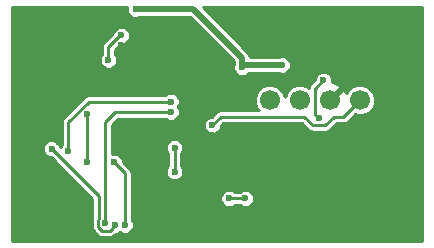
<source format=gbl>
G04 #@! TF.FileFunction,Copper,L2,Bot,Signal*
%FSLAX46Y46*%
G04 Gerber Fmt 4.6, Leading zero omitted, Abs format (unit mm)*
G04 Created by KiCad (PCBNEW 4.0.6) date 11/02/17 10:09:17*
%MOMM*%
%LPD*%
G01*
G04 APERTURE LIST*
%ADD10C,0.200000*%
%ADD11C,1.700000*%
%ADD12C,0.600000*%
%ADD13C,0.250000*%
%ADD14C,0.500000*%
%ADD15C,0.254000*%
G04 APERTURE END LIST*
D10*
D11*
X148590000Y-104775000D03*
X146050000Y-104775000D03*
X140970000Y-104775000D03*
X143510000Y-104775000D03*
D12*
X126025926Y-115978634D03*
X125850000Y-114300002D03*
X126049999Y-103850000D03*
X136100000Y-107700000D03*
X133700000Y-104900000D03*
X149300000Y-113900000D03*
X147200000Y-99200000D03*
X143900000Y-102900000D03*
X134800000Y-101500000D03*
X128400000Y-100100000D03*
X131800000Y-102200000D03*
X141000000Y-107300000D03*
X132900000Y-113000000D03*
X128500000Y-108800000D03*
X125500000Y-101500000D03*
X123400000Y-99600000D03*
X120000000Y-105500000D03*
X120000000Y-104500000D03*
X120000000Y-103500000D03*
X120000000Y-102500000D03*
X123150000Y-108300000D03*
X123900000Y-111650000D03*
X139700000Y-115600000D03*
X138900000Y-113100000D03*
X137500000Y-113100000D03*
X138600000Y-102000000D03*
X127900000Y-115350000D03*
X122500000Y-108900000D03*
X142000000Y-101800000D03*
X129600000Y-97100000D03*
X136100000Y-106900000D03*
X132900000Y-108800000D03*
X132900000Y-110850000D03*
X125500000Y-105950000D03*
X125500000Y-110050000D03*
X128718988Y-115358631D03*
X127800000Y-110050000D03*
X123900000Y-109050000D03*
X132600000Y-104899998D03*
X127051837Y-115195645D03*
X132600000Y-105800000D03*
X128400000Y-99299997D03*
X127300000Y-101400000D03*
X145100000Y-106300000D03*
X145500000Y-103100000D03*
D13*
X128400000Y-100100000D02*
X129700000Y-100100000D01*
X129700000Y-100100000D02*
X131800000Y-102200000D01*
X133700000Y-104900000D02*
X133700000Y-102600000D01*
X133700000Y-102600000D02*
X134800000Y-101500000D01*
X131800000Y-102500000D02*
X131800000Y-102200000D01*
X137500000Y-113100000D02*
X138900000Y-113100000D01*
D14*
X129600000Y-97100000D02*
X134500000Y-97100000D01*
X134500000Y-97100000D02*
X138600000Y-101200000D01*
X138600000Y-101200000D02*
X138600000Y-102000000D01*
X142000000Y-101800000D02*
X138800000Y-101800000D01*
X138800000Y-101800000D02*
X138600000Y-102000000D01*
D13*
X127600001Y-115649999D02*
X127900000Y-115350000D01*
X126755702Y-115824512D02*
X127425488Y-115824512D01*
X126426836Y-114895644D02*
X126426836Y-115495646D01*
X126483598Y-114838882D02*
X126426836Y-114895644D01*
X127425488Y-115824512D02*
X127600001Y-115649999D01*
X126426836Y-115495646D02*
X126755702Y-115824512D01*
X126483598Y-112883598D02*
X126483598Y-114838882D01*
X122500000Y-108900000D02*
X126483598Y-112883598D01*
X146400000Y-106200000D02*
X147165000Y-106200000D01*
X147165000Y-106200000D02*
X148590000Y-104775000D01*
X145674999Y-106925001D02*
X146400000Y-106200000D01*
X143900000Y-106200000D02*
X144625001Y-106925001D01*
X144625001Y-106925001D02*
X145674999Y-106925001D01*
X136100000Y-106900000D02*
X136800000Y-106200000D01*
X136800000Y-106200000D02*
X143900000Y-106200000D01*
X132900000Y-110850000D02*
X132900000Y-108800000D01*
X125500000Y-110050000D02*
X125500000Y-105950000D01*
X127800000Y-110050000D02*
X128718988Y-110968988D01*
X128718988Y-110968988D02*
X128718988Y-114934367D01*
X128718988Y-114934367D02*
X128718988Y-115358631D01*
X123900000Y-106624998D02*
X123900000Y-108625736D01*
X123900000Y-108625736D02*
X123900000Y-109050000D01*
X125625000Y-104899998D02*
X123900000Y-106624998D01*
X132600000Y-104899998D02*
X125625000Y-104899998D01*
X127900000Y-105800000D02*
X127051837Y-106648163D01*
X127051837Y-106648163D02*
X127051837Y-114771381D01*
X127051837Y-114771381D02*
X127051837Y-115195645D01*
X132600000Y-105800000D02*
X127900000Y-105800000D01*
X127300000Y-101400000D02*
X127300000Y-100274998D01*
X127300000Y-100274998D02*
X128275001Y-99299997D01*
X128275001Y-99299997D02*
X128400000Y-99299997D01*
X144800000Y-103800000D02*
X144800000Y-106000000D01*
X144800000Y-106000000D02*
X145100000Y-106300000D01*
X145500000Y-103100000D02*
X144800000Y-103800000D01*
D15*
G36*
X128873126Y-96954756D02*
X128872874Y-97243975D01*
X128983320Y-97511275D01*
X129187650Y-97715961D01*
X129454756Y-97826874D01*
X129743975Y-97827126D01*
X129865289Y-97777000D01*
X134219578Y-97777000D01*
X137923000Y-101480423D01*
X137923000Y-101734647D01*
X137873126Y-101854756D01*
X137872874Y-102143975D01*
X137983320Y-102411275D01*
X138187650Y-102615961D01*
X138454756Y-102726874D01*
X138743975Y-102727126D01*
X139011275Y-102616680D01*
X139151198Y-102477000D01*
X141734647Y-102477000D01*
X141854756Y-102526874D01*
X142143975Y-102527126D01*
X142411275Y-102416680D01*
X142615961Y-102212350D01*
X142726874Y-101945244D01*
X142727126Y-101656025D01*
X142616680Y-101388725D01*
X142412350Y-101184039D01*
X142145244Y-101073126D01*
X141856025Y-101072874D01*
X141734711Y-101123000D01*
X139261684Y-101123000D01*
X139225467Y-100940924D01*
X139078712Y-100721289D01*
X135284422Y-96927000D01*
X153873000Y-96927000D01*
X153873000Y-116673000D01*
X119127000Y-116673000D01*
X119127000Y-109043975D01*
X121772874Y-109043975D01*
X121883320Y-109311275D01*
X122087650Y-109515961D01*
X122354756Y-109626874D01*
X122446308Y-109626954D01*
X125931598Y-113112244D01*
X125931598Y-114662336D01*
X125916854Y-114684402D01*
X125885901Y-114840018D01*
X125874836Y-114895644D01*
X125874836Y-115495646D01*
X125916854Y-115706888D01*
X126036513Y-115885969D01*
X126365379Y-116214835D01*
X126544460Y-116334494D01*
X126755702Y-116376512D01*
X127425488Y-116376512D01*
X127636730Y-116334494D01*
X127815811Y-116214835D01*
X127953599Y-116077047D01*
X128043975Y-116077126D01*
X128302400Y-115970347D01*
X128306638Y-115974592D01*
X128573744Y-116085505D01*
X128862963Y-116085757D01*
X129130263Y-115975311D01*
X129334949Y-115770981D01*
X129445862Y-115503875D01*
X129446114Y-115214656D01*
X129335668Y-114947356D01*
X129270988Y-114882563D01*
X129270988Y-113243975D01*
X136772874Y-113243975D01*
X136883320Y-113511275D01*
X137087650Y-113715961D01*
X137354756Y-113826874D01*
X137643975Y-113827126D01*
X137911275Y-113716680D01*
X137976068Y-113652000D01*
X138423800Y-113652000D01*
X138487650Y-113715961D01*
X138754756Y-113826874D01*
X139043975Y-113827126D01*
X139311275Y-113716680D01*
X139515961Y-113512350D01*
X139626874Y-113245244D01*
X139627126Y-112956025D01*
X139516680Y-112688725D01*
X139312350Y-112484039D01*
X139045244Y-112373126D01*
X138756025Y-112372874D01*
X138488725Y-112483320D01*
X138423932Y-112548000D01*
X137976200Y-112548000D01*
X137912350Y-112484039D01*
X137645244Y-112373126D01*
X137356025Y-112372874D01*
X137088725Y-112483320D01*
X136884039Y-112687650D01*
X136773126Y-112954756D01*
X136772874Y-113243975D01*
X129270988Y-113243975D01*
X129270988Y-110968988D01*
X129228970Y-110757747D01*
X129109311Y-110578665D01*
X128527047Y-109996401D01*
X128527126Y-109906025D01*
X128416680Y-109638725D01*
X128212350Y-109434039D01*
X127945244Y-109323126D01*
X127656025Y-109322874D01*
X127603837Y-109344438D01*
X127603837Y-108943975D01*
X132172874Y-108943975D01*
X132283320Y-109211275D01*
X132348000Y-109276068D01*
X132348000Y-110373800D01*
X132284039Y-110437650D01*
X132173126Y-110704756D01*
X132172874Y-110993975D01*
X132283320Y-111261275D01*
X132487650Y-111465961D01*
X132754756Y-111576874D01*
X133043975Y-111577126D01*
X133311275Y-111466680D01*
X133515961Y-111262350D01*
X133626874Y-110995244D01*
X133627126Y-110706025D01*
X133516680Y-110438725D01*
X133452000Y-110373932D01*
X133452000Y-109276200D01*
X133515961Y-109212350D01*
X133626874Y-108945244D01*
X133627126Y-108656025D01*
X133516680Y-108388725D01*
X133312350Y-108184039D01*
X133045244Y-108073126D01*
X132756025Y-108072874D01*
X132488725Y-108183320D01*
X132284039Y-108387650D01*
X132173126Y-108654756D01*
X132172874Y-108943975D01*
X127603837Y-108943975D01*
X127603837Y-107043975D01*
X135372874Y-107043975D01*
X135483320Y-107311275D01*
X135687650Y-107515961D01*
X135954756Y-107626874D01*
X136243975Y-107627126D01*
X136511275Y-107516680D01*
X136715961Y-107312350D01*
X136826874Y-107045244D01*
X136826954Y-106953692D01*
X137028646Y-106752000D01*
X143671354Y-106752000D01*
X144234678Y-107315324D01*
X144413760Y-107434983D01*
X144625001Y-107477001D01*
X145674999Y-107477001D01*
X145886241Y-107434983D01*
X146065322Y-107315324D01*
X146628646Y-106752000D01*
X147165000Y-106752000D01*
X147376242Y-106709982D01*
X147555323Y-106590323D01*
X148164580Y-105981066D01*
X148334875Y-106051778D01*
X148842897Y-106052221D01*
X149312417Y-105858219D01*
X149671957Y-105499307D01*
X149866778Y-105030125D01*
X149867221Y-104522103D01*
X149673219Y-104052583D01*
X149314307Y-103693043D01*
X148845125Y-103498222D01*
X148337103Y-103497779D01*
X147867583Y-103691781D01*
X147508043Y-104050693D01*
X147438945Y-104217099D01*
X147345259Y-103990920D01*
X147093958Y-103910647D01*
X146229605Y-104775000D01*
X146243748Y-104789143D01*
X146064143Y-104968748D01*
X146050000Y-104954605D01*
X146035858Y-104968748D01*
X145856253Y-104789143D01*
X145870395Y-104775000D01*
X145856253Y-104760858D01*
X146035858Y-104581253D01*
X146050000Y-104595395D01*
X146914353Y-103731042D01*
X146834080Y-103479741D01*
X146278721Y-103278282D01*
X146211914Y-103281271D01*
X146226874Y-103245244D01*
X146227126Y-102956025D01*
X146116680Y-102688725D01*
X145912350Y-102484039D01*
X145645244Y-102373126D01*
X145356025Y-102372874D01*
X145088725Y-102483320D01*
X144884039Y-102687650D01*
X144773126Y-102954756D01*
X144773046Y-103046308D01*
X144409677Y-103409677D01*
X144290018Y-103588758D01*
X144290018Y-103588759D01*
X144263465Y-103722252D01*
X144234307Y-103693043D01*
X143765125Y-103498222D01*
X143257103Y-103497779D01*
X142787583Y-103691781D01*
X142428043Y-104050693D01*
X142239777Y-104504088D01*
X142053219Y-104052583D01*
X141694307Y-103693043D01*
X141225125Y-103498222D01*
X140717103Y-103497779D01*
X140247583Y-103691781D01*
X139888043Y-104050693D01*
X139693222Y-104519875D01*
X139692779Y-105027897D01*
X139886781Y-105497417D01*
X140037101Y-105648000D01*
X136800000Y-105648000D01*
X136588759Y-105690018D01*
X136424160Y-105800000D01*
X136409677Y-105809677D01*
X136046401Y-106172953D01*
X135956025Y-106172874D01*
X135688725Y-106283320D01*
X135484039Y-106487650D01*
X135373126Y-106754756D01*
X135372874Y-107043975D01*
X127603837Y-107043975D01*
X127603837Y-106876809D01*
X128128646Y-106352000D01*
X132123800Y-106352000D01*
X132187650Y-106415961D01*
X132454756Y-106526874D01*
X132743975Y-106527126D01*
X133011275Y-106416680D01*
X133215961Y-106212350D01*
X133326874Y-105945244D01*
X133327126Y-105656025D01*
X133216680Y-105388725D01*
X133178133Y-105350111D01*
X133215961Y-105312348D01*
X133326874Y-105045242D01*
X133327126Y-104756023D01*
X133216680Y-104488723D01*
X133012350Y-104284037D01*
X132745244Y-104173124D01*
X132456025Y-104172872D01*
X132188725Y-104283318D01*
X132123932Y-104347998D01*
X125625000Y-104347998D01*
X125413759Y-104390016D01*
X125413757Y-104390017D01*
X125413758Y-104390017D01*
X125234677Y-104509675D01*
X123509677Y-106234675D01*
X123390018Y-106413756D01*
X123362520Y-106552000D01*
X123348000Y-106624998D01*
X123348000Y-108573800D01*
X123284039Y-108637650D01*
X123227110Y-108774750D01*
X123227126Y-108756025D01*
X123116680Y-108488725D01*
X122912350Y-108284039D01*
X122645244Y-108173126D01*
X122356025Y-108172874D01*
X122088725Y-108283320D01*
X121884039Y-108487650D01*
X121773126Y-108754756D01*
X121772874Y-109043975D01*
X119127000Y-109043975D01*
X119127000Y-101543975D01*
X126572874Y-101543975D01*
X126683320Y-101811275D01*
X126887650Y-102015961D01*
X127154756Y-102126874D01*
X127443975Y-102127126D01*
X127711275Y-102016680D01*
X127915961Y-101812350D01*
X128026874Y-101545244D01*
X128027126Y-101256025D01*
X127916680Y-100988725D01*
X127852000Y-100923932D01*
X127852000Y-100503644D01*
X128328709Y-100026935D01*
X128543975Y-100027123D01*
X128811275Y-99916677D01*
X129015961Y-99712347D01*
X129126874Y-99445241D01*
X129127126Y-99156022D01*
X129016680Y-98888722D01*
X128812350Y-98684036D01*
X128545244Y-98573123D01*
X128256025Y-98572871D01*
X127988725Y-98683317D01*
X127784039Y-98887647D01*
X127696934Y-99097418D01*
X126909677Y-99884675D01*
X126790018Y-100063756D01*
X126790018Y-100063757D01*
X126748000Y-100274998D01*
X126748000Y-100923800D01*
X126684039Y-100987650D01*
X126573126Y-101254756D01*
X126572874Y-101543975D01*
X119127000Y-101543975D01*
X119127000Y-96927000D01*
X128884651Y-96927000D01*
X128873126Y-96954756D01*
X128873126Y-96954756D01*
G37*
X128873126Y-96954756D02*
X128872874Y-97243975D01*
X128983320Y-97511275D01*
X129187650Y-97715961D01*
X129454756Y-97826874D01*
X129743975Y-97827126D01*
X129865289Y-97777000D01*
X134219578Y-97777000D01*
X137923000Y-101480423D01*
X137923000Y-101734647D01*
X137873126Y-101854756D01*
X137872874Y-102143975D01*
X137983320Y-102411275D01*
X138187650Y-102615961D01*
X138454756Y-102726874D01*
X138743975Y-102727126D01*
X139011275Y-102616680D01*
X139151198Y-102477000D01*
X141734647Y-102477000D01*
X141854756Y-102526874D01*
X142143975Y-102527126D01*
X142411275Y-102416680D01*
X142615961Y-102212350D01*
X142726874Y-101945244D01*
X142727126Y-101656025D01*
X142616680Y-101388725D01*
X142412350Y-101184039D01*
X142145244Y-101073126D01*
X141856025Y-101072874D01*
X141734711Y-101123000D01*
X139261684Y-101123000D01*
X139225467Y-100940924D01*
X139078712Y-100721289D01*
X135284422Y-96927000D01*
X153873000Y-96927000D01*
X153873000Y-116673000D01*
X119127000Y-116673000D01*
X119127000Y-109043975D01*
X121772874Y-109043975D01*
X121883320Y-109311275D01*
X122087650Y-109515961D01*
X122354756Y-109626874D01*
X122446308Y-109626954D01*
X125931598Y-113112244D01*
X125931598Y-114662336D01*
X125916854Y-114684402D01*
X125885901Y-114840018D01*
X125874836Y-114895644D01*
X125874836Y-115495646D01*
X125916854Y-115706888D01*
X126036513Y-115885969D01*
X126365379Y-116214835D01*
X126544460Y-116334494D01*
X126755702Y-116376512D01*
X127425488Y-116376512D01*
X127636730Y-116334494D01*
X127815811Y-116214835D01*
X127953599Y-116077047D01*
X128043975Y-116077126D01*
X128302400Y-115970347D01*
X128306638Y-115974592D01*
X128573744Y-116085505D01*
X128862963Y-116085757D01*
X129130263Y-115975311D01*
X129334949Y-115770981D01*
X129445862Y-115503875D01*
X129446114Y-115214656D01*
X129335668Y-114947356D01*
X129270988Y-114882563D01*
X129270988Y-113243975D01*
X136772874Y-113243975D01*
X136883320Y-113511275D01*
X137087650Y-113715961D01*
X137354756Y-113826874D01*
X137643975Y-113827126D01*
X137911275Y-113716680D01*
X137976068Y-113652000D01*
X138423800Y-113652000D01*
X138487650Y-113715961D01*
X138754756Y-113826874D01*
X139043975Y-113827126D01*
X139311275Y-113716680D01*
X139515961Y-113512350D01*
X139626874Y-113245244D01*
X139627126Y-112956025D01*
X139516680Y-112688725D01*
X139312350Y-112484039D01*
X139045244Y-112373126D01*
X138756025Y-112372874D01*
X138488725Y-112483320D01*
X138423932Y-112548000D01*
X137976200Y-112548000D01*
X137912350Y-112484039D01*
X137645244Y-112373126D01*
X137356025Y-112372874D01*
X137088725Y-112483320D01*
X136884039Y-112687650D01*
X136773126Y-112954756D01*
X136772874Y-113243975D01*
X129270988Y-113243975D01*
X129270988Y-110968988D01*
X129228970Y-110757747D01*
X129109311Y-110578665D01*
X128527047Y-109996401D01*
X128527126Y-109906025D01*
X128416680Y-109638725D01*
X128212350Y-109434039D01*
X127945244Y-109323126D01*
X127656025Y-109322874D01*
X127603837Y-109344438D01*
X127603837Y-108943975D01*
X132172874Y-108943975D01*
X132283320Y-109211275D01*
X132348000Y-109276068D01*
X132348000Y-110373800D01*
X132284039Y-110437650D01*
X132173126Y-110704756D01*
X132172874Y-110993975D01*
X132283320Y-111261275D01*
X132487650Y-111465961D01*
X132754756Y-111576874D01*
X133043975Y-111577126D01*
X133311275Y-111466680D01*
X133515961Y-111262350D01*
X133626874Y-110995244D01*
X133627126Y-110706025D01*
X133516680Y-110438725D01*
X133452000Y-110373932D01*
X133452000Y-109276200D01*
X133515961Y-109212350D01*
X133626874Y-108945244D01*
X133627126Y-108656025D01*
X133516680Y-108388725D01*
X133312350Y-108184039D01*
X133045244Y-108073126D01*
X132756025Y-108072874D01*
X132488725Y-108183320D01*
X132284039Y-108387650D01*
X132173126Y-108654756D01*
X132172874Y-108943975D01*
X127603837Y-108943975D01*
X127603837Y-107043975D01*
X135372874Y-107043975D01*
X135483320Y-107311275D01*
X135687650Y-107515961D01*
X135954756Y-107626874D01*
X136243975Y-107627126D01*
X136511275Y-107516680D01*
X136715961Y-107312350D01*
X136826874Y-107045244D01*
X136826954Y-106953692D01*
X137028646Y-106752000D01*
X143671354Y-106752000D01*
X144234678Y-107315324D01*
X144413760Y-107434983D01*
X144625001Y-107477001D01*
X145674999Y-107477001D01*
X145886241Y-107434983D01*
X146065322Y-107315324D01*
X146628646Y-106752000D01*
X147165000Y-106752000D01*
X147376242Y-106709982D01*
X147555323Y-106590323D01*
X148164580Y-105981066D01*
X148334875Y-106051778D01*
X148842897Y-106052221D01*
X149312417Y-105858219D01*
X149671957Y-105499307D01*
X149866778Y-105030125D01*
X149867221Y-104522103D01*
X149673219Y-104052583D01*
X149314307Y-103693043D01*
X148845125Y-103498222D01*
X148337103Y-103497779D01*
X147867583Y-103691781D01*
X147508043Y-104050693D01*
X147438945Y-104217099D01*
X147345259Y-103990920D01*
X147093958Y-103910647D01*
X146229605Y-104775000D01*
X146243748Y-104789143D01*
X146064143Y-104968748D01*
X146050000Y-104954605D01*
X146035858Y-104968748D01*
X145856253Y-104789143D01*
X145870395Y-104775000D01*
X145856253Y-104760858D01*
X146035858Y-104581253D01*
X146050000Y-104595395D01*
X146914353Y-103731042D01*
X146834080Y-103479741D01*
X146278721Y-103278282D01*
X146211914Y-103281271D01*
X146226874Y-103245244D01*
X146227126Y-102956025D01*
X146116680Y-102688725D01*
X145912350Y-102484039D01*
X145645244Y-102373126D01*
X145356025Y-102372874D01*
X145088725Y-102483320D01*
X144884039Y-102687650D01*
X144773126Y-102954756D01*
X144773046Y-103046308D01*
X144409677Y-103409677D01*
X144290018Y-103588758D01*
X144290018Y-103588759D01*
X144263465Y-103722252D01*
X144234307Y-103693043D01*
X143765125Y-103498222D01*
X143257103Y-103497779D01*
X142787583Y-103691781D01*
X142428043Y-104050693D01*
X142239777Y-104504088D01*
X142053219Y-104052583D01*
X141694307Y-103693043D01*
X141225125Y-103498222D01*
X140717103Y-103497779D01*
X140247583Y-103691781D01*
X139888043Y-104050693D01*
X139693222Y-104519875D01*
X139692779Y-105027897D01*
X139886781Y-105497417D01*
X140037101Y-105648000D01*
X136800000Y-105648000D01*
X136588759Y-105690018D01*
X136424160Y-105800000D01*
X136409677Y-105809677D01*
X136046401Y-106172953D01*
X135956025Y-106172874D01*
X135688725Y-106283320D01*
X135484039Y-106487650D01*
X135373126Y-106754756D01*
X135372874Y-107043975D01*
X127603837Y-107043975D01*
X127603837Y-106876809D01*
X128128646Y-106352000D01*
X132123800Y-106352000D01*
X132187650Y-106415961D01*
X132454756Y-106526874D01*
X132743975Y-106527126D01*
X133011275Y-106416680D01*
X133215961Y-106212350D01*
X133326874Y-105945244D01*
X133327126Y-105656025D01*
X133216680Y-105388725D01*
X133178133Y-105350111D01*
X133215961Y-105312348D01*
X133326874Y-105045242D01*
X133327126Y-104756023D01*
X133216680Y-104488723D01*
X133012350Y-104284037D01*
X132745244Y-104173124D01*
X132456025Y-104172872D01*
X132188725Y-104283318D01*
X132123932Y-104347998D01*
X125625000Y-104347998D01*
X125413759Y-104390016D01*
X125413757Y-104390017D01*
X125413758Y-104390017D01*
X125234677Y-104509675D01*
X123509677Y-106234675D01*
X123390018Y-106413756D01*
X123362520Y-106552000D01*
X123348000Y-106624998D01*
X123348000Y-108573800D01*
X123284039Y-108637650D01*
X123227110Y-108774750D01*
X123227126Y-108756025D01*
X123116680Y-108488725D01*
X122912350Y-108284039D01*
X122645244Y-108173126D01*
X122356025Y-108172874D01*
X122088725Y-108283320D01*
X121884039Y-108487650D01*
X121773126Y-108754756D01*
X121772874Y-109043975D01*
X119127000Y-109043975D01*
X119127000Y-101543975D01*
X126572874Y-101543975D01*
X126683320Y-101811275D01*
X126887650Y-102015961D01*
X127154756Y-102126874D01*
X127443975Y-102127126D01*
X127711275Y-102016680D01*
X127915961Y-101812350D01*
X128026874Y-101545244D01*
X128027126Y-101256025D01*
X127916680Y-100988725D01*
X127852000Y-100923932D01*
X127852000Y-100503644D01*
X128328709Y-100026935D01*
X128543975Y-100027123D01*
X128811275Y-99916677D01*
X129015961Y-99712347D01*
X129126874Y-99445241D01*
X129127126Y-99156022D01*
X129016680Y-98888722D01*
X128812350Y-98684036D01*
X128545244Y-98573123D01*
X128256025Y-98572871D01*
X127988725Y-98683317D01*
X127784039Y-98887647D01*
X127696934Y-99097418D01*
X126909677Y-99884675D01*
X126790018Y-100063756D01*
X126790018Y-100063757D01*
X126748000Y-100274998D01*
X126748000Y-100923800D01*
X126684039Y-100987650D01*
X126573126Y-101254756D01*
X126572874Y-101543975D01*
X119127000Y-101543975D01*
X119127000Y-96927000D01*
X128884651Y-96927000D01*
X128873126Y-96954756D01*
M02*

</source>
